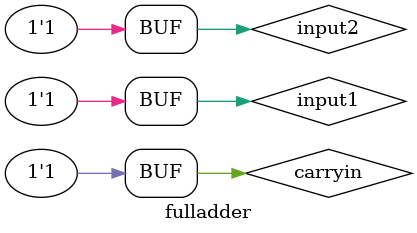
<source format=v>
`timescale 1ns/100ps

module fulladder;

reg input1;
reg input2;
reg carryin;

wire out;
wire carryout;

full_addr uut(
.a(input1),
.b(input2),
.cin(carryin),
.sum(out),
.cout(carryout)

);

initial
begin
input1 =0;
input2 = 0;
carryin =0;
#20; input1 =1;
#20; input2 =1;
#20; input1 =0;
#20; carryin =1;
#20; input2 =0;
#20; input1 =1;
#20; input2 =1;
#40;
end


initial
begin
$monitor("time = %2d, CIN =%1b, IN1=%1b, IN2=%1b, COUT=%1b, OUT=%1b", $time,carryin,input2, input1,carryout,out);
end
 
endmodule
</source>
